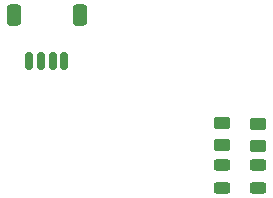
<source format=gbr>
%TF.GenerationSoftware,KiCad,Pcbnew,(7.99.0-200-gad838e3d73)*%
%TF.CreationDate,2024-03-07T11:40:56+07:00*%
%TF.ProjectId,WMS_PCB2,574d535f-5043-4423-922e-6b696361645f,rev?*%
%TF.SameCoordinates,Original*%
%TF.FileFunction,Paste,Bot*%
%TF.FilePolarity,Positive*%
%FSLAX46Y46*%
G04 Gerber Fmt 4.6, Leading zero omitted, Abs format (unit mm)*
G04 Created by KiCad (PCBNEW (7.99.0-200-gad838e3d73)) date 2024-03-07 11:40:56*
%MOMM*%
%LPD*%
G01*
G04 APERTURE LIST*
G04 Aperture macros list*
%AMRoundRect*
0 Rectangle with rounded corners*
0 $1 Rounding radius*
0 $2 $3 $4 $5 $6 $7 $8 $9 X,Y pos of 4 corners*
0 Add a 4 corners polygon primitive as box body*
4,1,4,$2,$3,$4,$5,$6,$7,$8,$9,$2,$3,0*
0 Add four circle primitives for the rounded corners*
1,1,$1+$1,$2,$3*
1,1,$1+$1,$4,$5*
1,1,$1+$1,$6,$7*
1,1,$1+$1,$8,$9*
0 Add four rect primitives between the rounded corners*
20,1,$1+$1,$2,$3,$4,$5,0*
20,1,$1+$1,$4,$5,$6,$7,0*
20,1,$1+$1,$6,$7,$8,$9,0*
20,1,$1+$1,$8,$9,$2,$3,0*%
G04 Aperture macros list end*
%ADD10RoundRect,0.150000X-0.150000X-0.625000X0.150000X-0.625000X0.150000X0.625000X-0.150000X0.625000X0*%
%ADD11RoundRect,0.250000X-0.350000X-0.650000X0.350000X-0.650000X0.350000X0.650000X-0.350000X0.650000X0*%
%ADD12RoundRect,0.250000X-0.450000X0.262500X-0.450000X-0.262500X0.450000X-0.262500X0.450000X0.262500X0*%
%ADD13RoundRect,0.243750X-0.456250X0.243750X-0.456250X-0.243750X0.456250X-0.243750X0.456250X0.243750X0*%
G04 APERTURE END LIST*
D10*
%TO.C,U4*%
X219480000Y-83788000D03*
X220480000Y-83788000D03*
X221480000Y-83788000D03*
X222480000Y-83788000D03*
D11*
X218180000Y-79913000D03*
X223780000Y-79913000D03*
%TD*%
D12*
%TO.C,R2*%
X235839000Y-89107000D03*
X235839000Y-90932000D03*
%TD*%
D13*
%TO.C,D1*%
X238842000Y-92659500D03*
X238842000Y-94534500D03*
%TD*%
%TO.C,D2*%
X235802000Y-92659500D03*
X235802000Y-94534500D03*
%TD*%
D12*
%TO.C,R1*%
X238887000Y-89154000D03*
X238887000Y-90979000D03*
%TD*%
M02*

</source>
